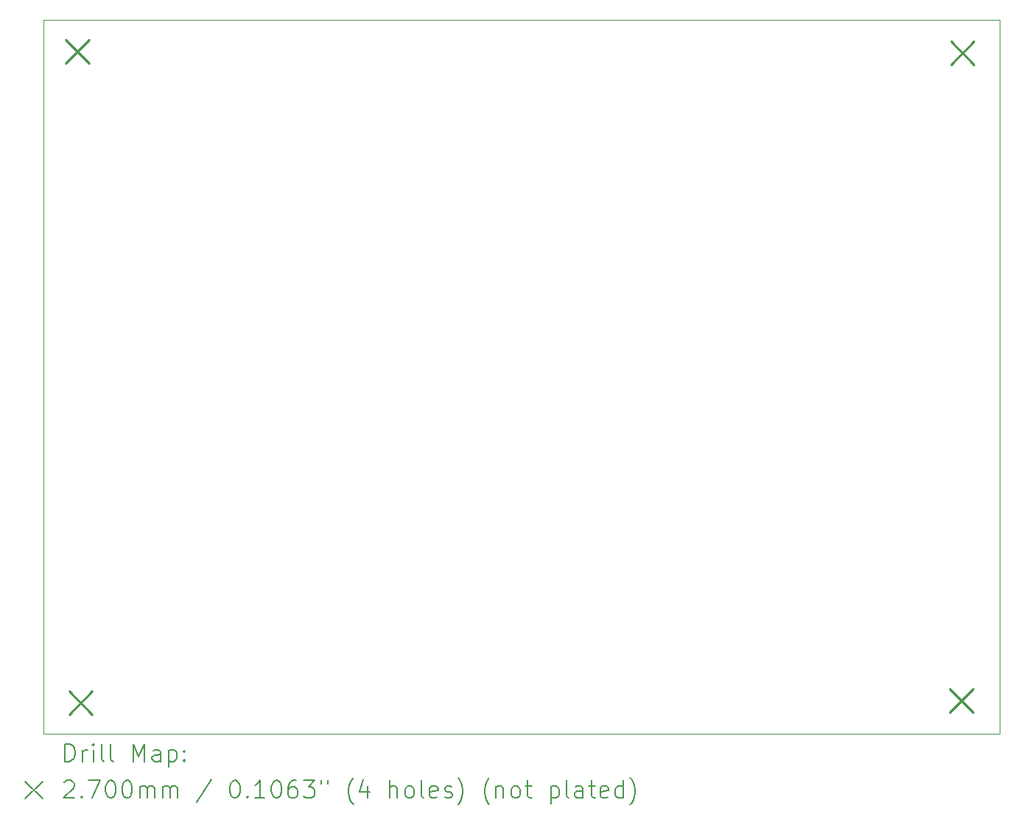
<source format=gbr>
%FSLAX45Y45*%
G04 Gerber Fmt 4.5, Leading zero omitted, Abs format (unit mm)*
G04 Created by KiCad (PCBNEW (6.0.5)) date 2025-02-02 15:21:16*
%MOMM*%
%LPD*%
G01*
G04 APERTURE LIST*
%TA.AperFunction,Profile*%
%ADD10C,0.100000*%
%TD*%
%ADD11C,0.200000*%
%ADD12C,0.270000*%
G04 APERTURE END LIST*
D10*
X7835900Y-7299960D02*
X18826480Y-7299960D01*
X18826480Y-7299960D02*
X18826480Y-15516860D01*
X18826480Y-15516860D02*
X7835900Y-15516860D01*
X7835900Y-15516860D02*
X7835900Y-7299960D01*
D11*
D12*
X8092060Y-7533260D02*
X8362060Y-7803260D01*
X8362060Y-7533260D02*
X8092060Y-7803260D01*
X8132700Y-15023720D02*
X8402700Y-15293720D01*
X8402700Y-15023720D02*
X8132700Y-15293720D01*
X18254600Y-14998320D02*
X18524600Y-15268320D01*
X18524600Y-14998320D02*
X18254600Y-15268320D01*
X18267300Y-7548500D02*
X18537300Y-7818500D01*
X18537300Y-7548500D02*
X18267300Y-7818500D01*
D11*
X8088519Y-15832336D02*
X8088519Y-15632336D01*
X8136138Y-15632336D01*
X8164709Y-15641860D01*
X8183757Y-15660908D01*
X8193281Y-15679955D01*
X8202805Y-15718050D01*
X8202805Y-15746622D01*
X8193281Y-15784717D01*
X8183757Y-15803765D01*
X8164709Y-15822812D01*
X8136138Y-15832336D01*
X8088519Y-15832336D01*
X8288519Y-15832336D02*
X8288519Y-15699003D01*
X8288519Y-15737098D02*
X8298043Y-15718050D01*
X8307567Y-15708527D01*
X8326614Y-15699003D01*
X8345662Y-15699003D01*
X8412329Y-15832336D02*
X8412329Y-15699003D01*
X8412329Y-15632336D02*
X8402805Y-15641860D01*
X8412329Y-15651384D01*
X8421852Y-15641860D01*
X8412329Y-15632336D01*
X8412329Y-15651384D01*
X8536138Y-15832336D02*
X8517090Y-15822812D01*
X8507567Y-15803765D01*
X8507567Y-15632336D01*
X8640900Y-15832336D02*
X8621852Y-15822812D01*
X8612329Y-15803765D01*
X8612329Y-15632336D01*
X8869471Y-15832336D02*
X8869471Y-15632336D01*
X8936138Y-15775193D01*
X9002805Y-15632336D01*
X9002805Y-15832336D01*
X9183757Y-15832336D02*
X9183757Y-15727574D01*
X9174233Y-15708527D01*
X9155186Y-15699003D01*
X9117090Y-15699003D01*
X9098043Y-15708527D01*
X9183757Y-15822812D02*
X9164710Y-15832336D01*
X9117090Y-15832336D01*
X9098043Y-15822812D01*
X9088519Y-15803765D01*
X9088519Y-15784717D01*
X9098043Y-15765669D01*
X9117090Y-15756146D01*
X9164710Y-15756146D01*
X9183757Y-15746622D01*
X9278995Y-15699003D02*
X9278995Y-15899003D01*
X9278995Y-15708527D02*
X9298043Y-15699003D01*
X9336138Y-15699003D01*
X9355186Y-15708527D01*
X9364710Y-15718050D01*
X9374233Y-15737098D01*
X9374233Y-15794241D01*
X9364710Y-15813288D01*
X9355186Y-15822812D01*
X9336138Y-15832336D01*
X9298043Y-15832336D01*
X9278995Y-15822812D01*
X9459948Y-15813288D02*
X9469471Y-15822812D01*
X9459948Y-15832336D01*
X9450424Y-15822812D01*
X9459948Y-15813288D01*
X9459948Y-15832336D01*
X9459948Y-15708527D02*
X9469471Y-15718050D01*
X9459948Y-15727574D01*
X9450424Y-15718050D01*
X9459948Y-15708527D01*
X9459948Y-15727574D01*
X7630900Y-16061860D02*
X7830900Y-16261860D01*
X7830900Y-16061860D02*
X7630900Y-16261860D01*
X8078995Y-16071384D02*
X8088519Y-16061860D01*
X8107567Y-16052336D01*
X8155186Y-16052336D01*
X8174233Y-16061860D01*
X8183757Y-16071384D01*
X8193281Y-16090431D01*
X8193281Y-16109479D01*
X8183757Y-16138050D01*
X8069471Y-16252336D01*
X8193281Y-16252336D01*
X8278995Y-16233288D02*
X8288519Y-16242812D01*
X8278995Y-16252336D01*
X8269471Y-16242812D01*
X8278995Y-16233288D01*
X8278995Y-16252336D01*
X8355186Y-16052336D02*
X8488519Y-16052336D01*
X8402805Y-16252336D01*
X8602805Y-16052336D02*
X8621852Y-16052336D01*
X8640900Y-16061860D01*
X8650424Y-16071384D01*
X8659948Y-16090431D01*
X8669471Y-16128527D01*
X8669471Y-16176146D01*
X8659948Y-16214241D01*
X8650424Y-16233288D01*
X8640900Y-16242812D01*
X8621852Y-16252336D01*
X8602805Y-16252336D01*
X8583757Y-16242812D01*
X8574233Y-16233288D01*
X8564710Y-16214241D01*
X8555186Y-16176146D01*
X8555186Y-16128527D01*
X8564710Y-16090431D01*
X8574233Y-16071384D01*
X8583757Y-16061860D01*
X8602805Y-16052336D01*
X8793281Y-16052336D02*
X8812329Y-16052336D01*
X8831376Y-16061860D01*
X8840900Y-16071384D01*
X8850424Y-16090431D01*
X8859948Y-16128527D01*
X8859948Y-16176146D01*
X8850424Y-16214241D01*
X8840900Y-16233288D01*
X8831376Y-16242812D01*
X8812329Y-16252336D01*
X8793281Y-16252336D01*
X8774233Y-16242812D01*
X8764710Y-16233288D01*
X8755186Y-16214241D01*
X8745662Y-16176146D01*
X8745662Y-16128527D01*
X8755186Y-16090431D01*
X8764710Y-16071384D01*
X8774233Y-16061860D01*
X8793281Y-16052336D01*
X8945662Y-16252336D02*
X8945662Y-16119003D01*
X8945662Y-16138050D02*
X8955186Y-16128527D01*
X8974233Y-16119003D01*
X9002805Y-16119003D01*
X9021852Y-16128527D01*
X9031376Y-16147574D01*
X9031376Y-16252336D01*
X9031376Y-16147574D02*
X9040900Y-16128527D01*
X9059948Y-16119003D01*
X9088519Y-16119003D01*
X9107567Y-16128527D01*
X9117090Y-16147574D01*
X9117090Y-16252336D01*
X9212329Y-16252336D02*
X9212329Y-16119003D01*
X9212329Y-16138050D02*
X9221852Y-16128527D01*
X9240900Y-16119003D01*
X9269471Y-16119003D01*
X9288519Y-16128527D01*
X9298043Y-16147574D01*
X9298043Y-16252336D01*
X9298043Y-16147574D02*
X9307567Y-16128527D01*
X9326614Y-16119003D01*
X9355186Y-16119003D01*
X9374233Y-16128527D01*
X9383757Y-16147574D01*
X9383757Y-16252336D01*
X9774233Y-16042812D02*
X9602805Y-16299955D01*
X10031376Y-16052336D02*
X10050424Y-16052336D01*
X10069471Y-16061860D01*
X10078995Y-16071384D01*
X10088519Y-16090431D01*
X10098043Y-16128527D01*
X10098043Y-16176146D01*
X10088519Y-16214241D01*
X10078995Y-16233288D01*
X10069471Y-16242812D01*
X10050424Y-16252336D01*
X10031376Y-16252336D01*
X10012329Y-16242812D01*
X10002805Y-16233288D01*
X9993281Y-16214241D01*
X9983757Y-16176146D01*
X9983757Y-16128527D01*
X9993281Y-16090431D01*
X10002805Y-16071384D01*
X10012329Y-16061860D01*
X10031376Y-16052336D01*
X10183757Y-16233288D02*
X10193281Y-16242812D01*
X10183757Y-16252336D01*
X10174233Y-16242812D01*
X10183757Y-16233288D01*
X10183757Y-16252336D01*
X10383757Y-16252336D02*
X10269471Y-16252336D01*
X10326614Y-16252336D02*
X10326614Y-16052336D01*
X10307567Y-16080908D01*
X10288519Y-16099955D01*
X10269471Y-16109479D01*
X10507567Y-16052336D02*
X10526614Y-16052336D01*
X10545662Y-16061860D01*
X10555186Y-16071384D01*
X10564710Y-16090431D01*
X10574233Y-16128527D01*
X10574233Y-16176146D01*
X10564710Y-16214241D01*
X10555186Y-16233288D01*
X10545662Y-16242812D01*
X10526614Y-16252336D01*
X10507567Y-16252336D01*
X10488519Y-16242812D01*
X10478995Y-16233288D01*
X10469471Y-16214241D01*
X10459948Y-16176146D01*
X10459948Y-16128527D01*
X10469471Y-16090431D01*
X10478995Y-16071384D01*
X10488519Y-16061860D01*
X10507567Y-16052336D01*
X10745662Y-16052336D02*
X10707567Y-16052336D01*
X10688519Y-16061860D01*
X10678995Y-16071384D01*
X10659948Y-16099955D01*
X10650424Y-16138050D01*
X10650424Y-16214241D01*
X10659948Y-16233288D01*
X10669471Y-16242812D01*
X10688519Y-16252336D01*
X10726614Y-16252336D01*
X10745662Y-16242812D01*
X10755186Y-16233288D01*
X10764710Y-16214241D01*
X10764710Y-16166622D01*
X10755186Y-16147574D01*
X10745662Y-16138050D01*
X10726614Y-16128527D01*
X10688519Y-16128527D01*
X10669471Y-16138050D01*
X10659948Y-16147574D01*
X10650424Y-16166622D01*
X10831376Y-16052336D02*
X10955186Y-16052336D01*
X10888519Y-16128527D01*
X10917090Y-16128527D01*
X10936138Y-16138050D01*
X10945662Y-16147574D01*
X10955186Y-16166622D01*
X10955186Y-16214241D01*
X10945662Y-16233288D01*
X10936138Y-16242812D01*
X10917090Y-16252336D01*
X10859948Y-16252336D01*
X10840900Y-16242812D01*
X10831376Y-16233288D01*
X11031376Y-16052336D02*
X11031376Y-16090431D01*
X11107567Y-16052336D02*
X11107567Y-16090431D01*
X11402805Y-16328527D02*
X11393281Y-16319003D01*
X11374233Y-16290431D01*
X11364709Y-16271384D01*
X11355186Y-16242812D01*
X11345662Y-16195193D01*
X11345662Y-16157098D01*
X11355186Y-16109479D01*
X11364709Y-16080908D01*
X11374233Y-16061860D01*
X11393281Y-16033288D01*
X11402805Y-16023765D01*
X11564709Y-16119003D02*
X11564709Y-16252336D01*
X11517090Y-16042812D02*
X11469471Y-16185669D01*
X11593281Y-16185669D01*
X11821852Y-16252336D02*
X11821852Y-16052336D01*
X11907567Y-16252336D02*
X11907567Y-16147574D01*
X11898043Y-16128527D01*
X11878995Y-16119003D01*
X11850424Y-16119003D01*
X11831376Y-16128527D01*
X11821852Y-16138050D01*
X12031376Y-16252336D02*
X12012328Y-16242812D01*
X12002805Y-16233288D01*
X11993281Y-16214241D01*
X11993281Y-16157098D01*
X12002805Y-16138050D01*
X12012328Y-16128527D01*
X12031376Y-16119003D01*
X12059948Y-16119003D01*
X12078995Y-16128527D01*
X12088519Y-16138050D01*
X12098043Y-16157098D01*
X12098043Y-16214241D01*
X12088519Y-16233288D01*
X12078995Y-16242812D01*
X12059948Y-16252336D01*
X12031376Y-16252336D01*
X12212328Y-16252336D02*
X12193281Y-16242812D01*
X12183757Y-16223765D01*
X12183757Y-16052336D01*
X12364709Y-16242812D02*
X12345662Y-16252336D01*
X12307567Y-16252336D01*
X12288519Y-16242812D01*
X12278995Y-16223765D01*
X12278995Y-16147574D01*
X12288519Y-16128527D01*
X12307567Y-16119003D01*
X12345662Y-16119003D01*
X12364709Y-16128527D01*
X12374233Y-16147574D01*
X12374233Y-16166622D01*
X12278995Y-16185669D01*
X12450424Y-16242812D02*
X12469471Y-16252336D01*
X12507567Y-16252336D01*
X12526614Y-16242812D01*
X12536138Y-16223765D01*
X12536138Y-16214241D01*
X12526614Y-16195193D01*
X12507567Y-16185669D01*
X12478995Y-16185669D01*
X12459948Y-16176146D01*
X12450424Y-16157098D01*
X12450424Y-16147574D01*
X12459948Y-16128527D01*
X12478995Y-16119003D01*
X12507567Y-16119003D01*
X12526614Y-16128527D01*
X12602805Y-16328527D02*
X12612328Y-16319003D01*
X12631376Y-16290431D01*
X12640900Y-16271384D01*
X12650424Y-16242812D01*
X12659948Y-16195193D01*
X12659948Y-16157098D01*
X12650424Y-16109479D01*
X12640900Y-16080908D01*
X12631376Y-16061860D01*
X12612328Y-16033288D01*
X12602805Y-16023765D01*
X12964709Y-16328527D02*
X12955186Y-16319003D01*
X12936138Y-16290431D01*
X12926614Y-16271384D01*
X12917090Y-16242812D01*
X12907567Y-16195193D01*
X12907567Y-16157098D01*
X12917090Y-16109479D01*
X12926614Y-16080908D01*
X12936138Y-16061860D01*
X12955186Y-16033288D01*
X12964709Y-16023765D01*
X13040900Y-16119003D02*
X13040900Y-16252336D01*
X13040900Y-16138050D02*
X13050424Y-16128527D01*
X13069471Y-16119003D01*
X13098043Y-16119003D01*
X13117090Y-16128527D01*
X13126614Y-16147574D01*
X13126614Y-16252336D01*
X13250424Y-16252336D02*
X13231376Y-16242812D01*
X13221852Y-16233288D01*
X13212328Y-16214241D01*
X13212328Y-16157098D01*
X13221852Y-16138050D01*
X13231376Y-16128527D01*
X13250424Y-16119003D01*
X13278995Y-16119003D01*
X13298043Y-16128527D01*
X13307567Y-16138050D01*
X13317090Y-16157098D01*
X13317090Y-16214241D01*
X13307567Y-16233288D01*
X13298043Y-16242812D01*
X13278995Y-16252336D01*
X13250424Y-16252336D01*
X13374233Y-16119003D02*
X13450424Y-16119003D01*
X13402805Y-16052336D02*
X13402805Y-16223765D01*
X13412328Y-16242812D01*
X13431376Y-16252336D01*
X13450424Y-16252336D01*
X13669471Y-16119003D02*
X13669471Y-16319003D01*
X13669471Y-16128527D02*
X13688519Y-16119003D01*
X13726614Y-16119003D01*
X13745662Y-16128527D01*
X13755186Y-16138050D01*
X13764709Y-16157098D01*
X13764709Y-16214241D01*
X13755186Y-16233288D01*
X13745662Y-16242812D01*
X13726614Y-16252336D01*
X13688519Y-16252336D01*
X13669471Y-16242812D01*
X13878995Y-16252336D02*
X13859948Y-16242812D01*
X13850424Y-16223765D01*
X13850424Y-16052336D01*
X14040900Y-16252336D02*
X14040900Y-16147574D01*
X14031376Y-16128527D01*
X14012328Y-16119003D01*
X13974233Y-16119003D01*
X13955186Y-16128527D01*
X14040900Y-16242812D02*
X14021852Y-16252336D01*
X13974233Y-16252336D01*
X13955186Y-16242812D01*
X13945662Y-16223765D01*
X13945662Y-16204717D01*
X13955186Y-16185669D01*
X13974233Y-16176146D01*
X14021852Y-16176146D01*
X14040900Y-16166622D01*
X14107567Y-16119003D02*
X14183757Y-16119003D01*
X14136138Y-16052336D02*
X14136138Y-16223765D01*
X14145662Y-16242812D01*
X14164709Y-16252336D01*
X14183757Y-16252336D01*
X14326614Y-16242812D02*
X14307567Y-16252336D01*
X14269471Y-16252336D01*
X14250424Y-16242812D01*
X14240900Y-16223765D01*
X14240900Y-16147574D01*
X14250424Y-16128527D01*
X14269471Y-16119003D01*
X14307567Y-16119003D01*
X14326614Y-16128527D01*
X14336138Y-16147574D01*
X14336138Y-16166622D01*
X14240900Y-16185669D01*
X14507567Y-16252336D02*
X14507567Y-16052336D01*
X14507567Y-16242812D02*
X14488519Y-16252336D01*
X14450424Y-16252336D01*
X14431376Y-16242812D01*
X14421852Y-16233288D01*
X14412328Y-16214241D01*
X14412328Y-16157098D01*
X14421852Y-16138050D01*
X14431376Y-16128527D01*
X14450424Y-16119003D01*
X14488519Y-16119003D01*
X14507567Y-16128527D01*
X14583757Y-16328527D02*
X14593281Y-16319003D01*
X14612328Y-16290431D01*
X14621852Y-16271384D01*
X14631376Y-16242812D01*
X14640900Y-16195193D01*
X14640900Y-16157098D01*
X14631376Y-16109479D01*
X14621852Y-16080908D01*
X14612328Y-16061860D01*
X14593281Y-16033288D01*
X14583757Y-16023765D01*
M02*

</source>
